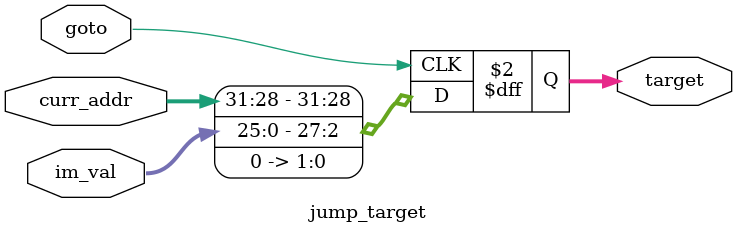
<source format=v>
`timescale 1ns/1ns
module jump_target (im_val, target, curr_addr, goto);

    input [25:0] im_val;
    input goto;
    input [31:0] curr_addr;
    output reg [31:0] target;

    always @(posedge goto)
    begin
        if (goto)
        begin
            target[31:28] = curr_addr[31:28];
            target[27:2] = im_val;
            target[1:0] = 2'b00;
        end
    end

endmodule

</source>
